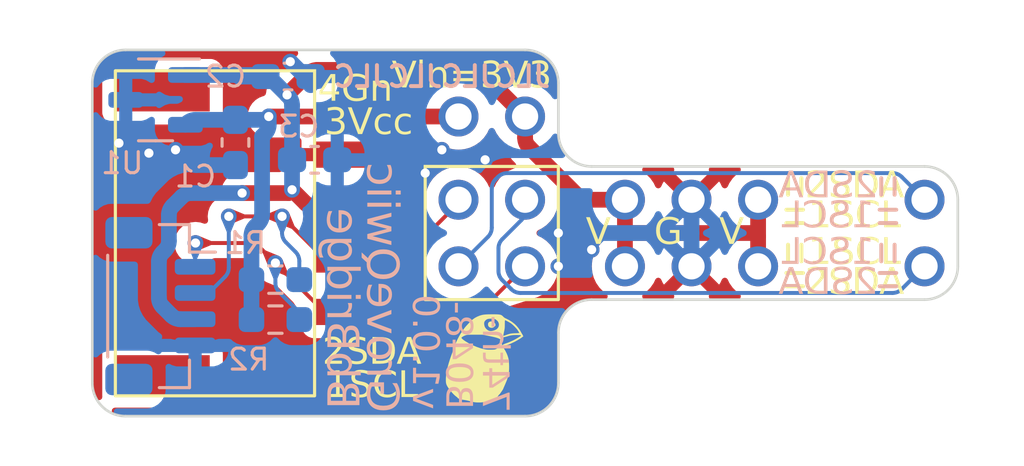
<source format=kicad_pcb>
(kicad_pcb (version 20240108) (generator "pcbnew") (generator_version "8.0")
  (title_block (title "Grove Qwiic Breadboard Bridge") (rev "v1.0.0") (company "Atsushi Morimoto (@74th)"))
  (layers (0 "F.Cu" signal) (31 "B.Cu" signal) (34 "B.Paste" user) (35 "F.Paste" user) (36 "B.SilkS" user "B.Silkscreen") (37 "F.SilkS" user "F.Silkscreen") (38 "B.Mask" user) (39 "F.Mask" user) (44 "Edge.Cuts" user))
  (net 0 "")
  (net 1 "GND")
  (net 2 "VCC")
  (net 3 "Net-(JP2-B1)")
  (net 4 "Net-(CH3-Pad2)")
  (net 5 "/SCL")
  (net 6 "/SDA")
  (net 7 "+3V3")
  (footprint "74th:PinOut_PokaYoke" (layer "F.Cu") (at 82.55 72.39)
    (property "Reference" "JP2" (hide yes))
    (property "Value" "~" (hide yes))
    (fp_rect (start -2.54 -2.54) (end 2.54 2.54) (stroke (width 0.12)) (fill none) (layer "F.SilkS"))
    (pad "1" thru_hole circle (at -1.27 -1.27) (size 1.524 1.524) (drill 1) (layers "*.Cu" "*.Mask") (net 6 "/SDA"))
    (pad "2" thru_hole circle (at 1.27 -1.27) (size 1.524 1.524) (drill 1) (layers "*.Cu" "*.Mask") (net 3 "Net-(JP2-B1)"))
    (pad "3" thru_hole circle (at -1.27 1.27) (size 1.524 1.524) (drill 1) (layers "*.Cu" "*.Mask") (net 4 "Net-(CH3-Pad2)"))
    (pad "4" thru_hole circle (at 1.27 1.27) (size 1.524 1.524) (drill 1) (layers "*.Cu" "*.Mask") (net 5 "/SCL"))
  )
  (footprint "74th:Logo_74th_4mm" (layer "F.Cu") (at 82.169 77.343)
    (property "Reference" "MISC-ICON" (hide yes))
    (property "Value" "LOGO" (hide yes))
    (fp_poly (pts (xy 0.399165 -1.581118) (xy 0.420822 -1.576964) (xy 0.439946 -1.567833) (xy 0.453666 -1.55869) (xy 0.487621 -1.530623) (xy 0.508813 -1.502115) (xy 0.519752 -1.469431) (xy 0.521463 -1.457794) (xy 0.523017 -1.436743) (xy 0.520177 -1.42204) (xy 0.510515 -1.408073) (xy 0.491924 -1.389535) (xy 0.468598 -1.369727) (xy 0.44494 -1.353334) (xy 0.432537 -1.346784) (xy 0.392312 -1.337093) (xy 0.348961 -1.338191) (xy 0.309286 -1.349718) (xy 0.301534 -1.353728) (xy 0.267487 -1.378858) (xy 0.246763 -1.409139) (xy 0.237154 -1.448006) (xy 0.236531 -1.454844) (xy 0.239228 -1.499629) (xy 0.254394 -1.535203) (xy 0.281555 -1.561108) (xy 0.320236 -1.576886) (xy 0.36846 -1.582082)) (fill solid) (layer "F.SilkS"))
    (fp_poly (pts (xy 0.519394 -1.851859) (xy 0.58367 -1.850197) (xy 0.636187 -1.846941) (xy 0.678871 -1.841644) (xy 0.713646 -1.833862) (xy 0.742438 -1.82315) (xy 0.767173 -1.809064) (xy 0.789776 -1.791158) (xy 0.812173 -1.768988) (xy 0.814864 -1.766099) (xy 0.83959 -1.741489) (xy 0.864419 -1.722369) (xy 0.894592 -1.705192) (xy 0.927539 -1.689828) (xy 1.042763 -1.632057) (xy 1.150334 -1.564234) (xy 1.247405 -1.488246) (xy 1.287831 -1.450989) (xy 1.333186 -1.403532) (xy 1.378775 -1.349886) (xy 1.421345 -1.294259) (xy 1.457644 -1.240857) (xy 1.480139 -1.202263) (xy 1.500112 -1.16538) (xy 1.521379 -1.12781) (xy 1.54059 -1.095412) (xy 1.548323 -1.083068) (xy 1.5625 -1.059484) (xy 1.571766 -1.040912) (xy 1.574217 -1.031193) (xy 1.574119 -1.030997) (xy 1.57638 -1.023359) (xy 1.580126 -1.021331) (xy 1.585245 -1.019255) (xy 1.586478 -1.016385) (xy 1.581976 -1.010855) (xy 1.56989 -1.000799) (xy 1.548369 -0.984351) (xy 1.529048 -0.969803) (xy 1.483218 -0.937689) (xy 1.425368 -0.901051) (xy 1.357915 -0.861354) (xy 1.283271 -0.820062) (xy 1.273515 -0.81484) (xy 1.245891 -0.80068) (xy 1.211051 -0.783669) (xy 1.171821 -0.765089) (xy 1.131026 -0.746225) (xy 1.091489 -0.728361) (xy 1.056036 -0.712778) (xy 1.027492 -0.700762) (xy 1.008681 -0.693596) (xy 1.003611 -0.692201) (xy 0.990335 -0.687594) (xy 0.987804 -0.685703) (xy 0.977172 -0.683677) (xy 0.971952 -0.68501) (xy 0.962387 -0.684363) (xy 0.960996 -0.680811) (xy 0.955303 -0.675796) (xy 0.949277 -0.676904) (xy 0.939254 -0.676347) (xy 0.937557 -0.672292) (xy 0.932996 -0.666715) (xy 0.930115 -0.667781) (xy 0.920337 -0.665942) (xy 0.902913 -0.656376) (xy 0.887906 -0.645841) (xy 0.864545 -0.629862) (xy 0.842696 -0.617924) (xy 0.832844 -0.614209) (xy 0.817868 -0.608324) (xy 0.81255 -0.60261) (xy 0.816625 -0.593608) (xy 0.827533 -0.575001) (xy 0.843296 -0.550088) (xy 0.851701 -0.537314) (xy 0.902322 -0.453492) (xy 0.947044 -0.363938) (xy 0.983956 -0.273072) (xy 1.011144 -0.185318) (xy 1.019364 -0.149669) (xy 1.028545 -0.092127) (xy 1.035472 -0.023098) (xy 1.04005 0.053431) (xy 1.04219 0.133472) (xy 1.041798 0.213036) (xy 1.038782 0.288136) (xy 1.033051 0.354784) (xy 1.031323 0.368615) (xy 1.02372 0.420185) (xy 1.014904 0.468115) (xy 1.004121 0.514759) (xy 0.990614 0.562473) (xy 0.973631 0.613611) (xy 0.952415 0.67053) (xy 0.926211 0.735583) (xy 0.894266 0.811126) (xy 0.875761 0.853893) (xy 0.856627 0.898061) (xy 0.83982 0.937222) (xy 0.826273 0.969171) (xy 0.816921 0.991701) (xy 0.812698 1.002606) (xy 0.81255 1.003224) (xy 0.808401 1.011196) (xy 0.797416 1.028689) (xy 0.781786 1.05247) (xy 0.7637 1.079304) (xy 0.745349 1.10596) (xy 0.728924 1.129202) (xy 0.716615 1.145797) (xy 0.712805 1.150461) (xy 0.705277 1.160871) (xy 0.705424 1.164134) (xy 0.702695 1.169085) (xy 0.691122 1.18212) (xy 0.673143 1.200509) (xy 0.671476 1.202155) (xy 0.652228 1.221827) (xy 0.638389 1.237351) (xy 0.632858 1.24547) (xy 0.632851 1.245584) (xy 0.628361 1.254281) (xy 0.61686 1.270676) (xy 0.607459 1.282862) (xy 0.573915 1.31391) (xy 0.535189 1.335954) (xy 0.502635 1.351883) (xy 0.468925 1.370205) (xy 0.450117 1.381473) (xy 0.417095 1.398973) (xy 0.372824 1.417424) (xy 0.321494 1.435368) (xy 0.267294 1.45135) (xy 0.214416 1.463913) (xy 0.21095 1.464611) (xy 0.171588 1.473065) (xy 0.128366 1.483287) (xy 0.096468 1.491512) (xy 0.044695 1.501916) (xy -0.019315 1.508652) (xy -0.092571 1.511554) (xy -0.172082 1.510457) (xy -0.210951 1.508502) (xy -0.256899 1.504602) (xy -0.300575 1.498317) (xy -0.347135 1.488696) (xy -0.401734 1.474784) (xy -0.418986 1.470039) (xy -0.510819 1.446052) (xy -0.593934 1.427918) (xy -0.673633 1.414588) (xy -0.739757 1.406546) (xy -0.791883 1.398014) (xy -0.840713 1.382378) (xy -0.864765 1.372058) (xy -0.891263 1.359609) (xy -0.910313 1.349984) (xy -0.919117 1.344629) (xy -0.919022 1.343998) (xy -0.916579 1.339668) (xy -0.926538 1.327579) (xy -0.948168 1.308432) (xy -0.980736 1.282932) (xy -0.989761 1.276194) (xy -1.031279 1.241672) (xy -1.078037 1.196485) (xy -1.12758 1.143567) (xy -1.177455 1.085854) (xy -1.225208 1.026279) (xy -1.268383 0.967778) (xy -1.304528 0.913285) (xy -1.328484 0.871147) (xy -1.344006 0.838326) (xy -1.355571 0.807185) (xy -1.363643 0.774688) (xy -1.368684 0.737799) (xy -1.371158 0.693482) (xy -1.371529 0.638701) (xy -1.370812 0.593786) (xy -1.3645 0.495274) (xy -1.349791 0.385193) (xy -1.327029 0.264927) (xy -1.296555 0.135861) (xy -1.258711 -0.000619) (xy -1.213839 -0.14313) (xy -1.162282 -0.290286) (xy -1.133708 -0.366199) (xy -1.116917 -0.410584) (xy -1.102569 -0.450025) (xy -1.091462 -0.482206) (xy -1.084391 -0.504808) (xy -1.082152 -0.515516) (xy -1.082268 -0.515931) (xy -1.080338 -0.523654) (xy -1.077893 -0.524872) (xy -1.070864 -0.533905) (xy -1.068369 -0.545072) (xy -1.065091 -0.558757) (xy -1.061148 -0.562535) (xy -1.058282 -0.568328) (xy -1.05974 -0.574255) (xy -1.059511 -0.584295) (xy -1.055834 -0.585974) (xy -1.050819 -0.591667) (xy -1.051927 -0.597693) (xy -1.051698 -0.607734) (xy -1.048021 -0.609413) (xy -1.043006 -0.615106) (xy -1.044114 -0.621132) (xy -1.043885 -0.631173) (xy -1.040208 -0.632852) (xy -1.035193 -0.638545) (xy -1.036302 -0.644571) (xy -1.035744 -0.654594) (xy -1.031689 -0.656291) (xy -1.026246 -0.661028) (xy -1.027407 -0.664104) (xy -1.027537 -0.671336) (xy -1.025264 -0.671917) (xy -1.018958 -0.6782) (xy -1.018292 -0.682846) (xy -1.014597 -0.700545) (xy -1.004242 -0.729603) (xy -0.988322 -0.767813) (xy -0.967932 -0.812968) (xy -0.944168 -0.862862) (xy -0.918125 -0.915287) (xy -0.899237 -0.951881) (xy -0.774729 -0.951881) (xy -0.7632 -0.932436) (xy -0.739381 -0.907849) (xy -0.704207 -0.878848) (xy -0.658614 -0.846165) (xy -0.603536 -0.810531) (xy -0.539909 -0.772677) (xy -0.492218 -0.746031) (xy -0.344691 -0.671557) (xy -0.198527 -0.609605) (xy -0.055543 -0.560901) (xy 0.026786 -0.538625) (xy 0.08342 -0.52533) (xy 0.130992 -0.515599) (xy 0.173946 -0.508953) (xy 0.216726 -0.504912) (xy 0.263776 -0.502993) (xy 0.319541 -0.502718) (xy 0.35549 -0.503092) (xy 0.405859 -0.503989) (xy 0.443625 -0.505321) (xy 0.471813 -0.507425) (xy 0.493447 -0.510636) (xy 0.511549 -0.515289) (xy 0.529144 -0.521719) (xy 0.531282 -0.522592) (xy 0.560488 -0.536096) (xy 0.595036 -0.554201) (xy 0.626028 -0.572139) (xy 0.677803 -0.604006) (xy 0.680366 -0.670822) (xy 0.765672 -0.670822) (xy 0.822316 -0.701642) (xy 0.859197 -0.719698) (xy 0.900922 -0.737134) (xy 0.937557 -0.749885) (xy 0.975923 -0.762814) (xy 1.02414 -0.781359) (xy 1.078255 -0.803816) (xy 1.134318 -0.828477) (xy 1.188375 -0.853638) (xy 1.236473 -0.877592) (xy 1.250076 -0.884786) (xy 1.292208 -0.908007) (xy 1.335254 -0.932671) (xy 1.377057 -0.957438) (xy 1.415457 -0.980966) (xy 1.448293 -1.001913) (xy 1.473407 -1.018937) (xy 1.488639 -1.030698) (xy 1.492279 -1.03524) (xy 1.490641 -1.044534) (xy 1.48445 -1.051484) (xy 1.471789 -1.056418) (xy 1.450742 -1.059663) (xy 1.419392 -1.061547) (xy 1.375822 -1.062398) (xy 1.332503 -1.062555) (xy 1.257335 -1.061575) (xy 1.193652 -1.058288) (xy 1.137412 -1.052155) (xy 1.084575 -1.042637) (xy 1.0311 -1.029194) (xy 0.990283 -1.016893) (xy 0.95424 -1.006027) (xy 0.919408 -0.996525) (xy 0.891389 -0.989879) (xy 0.882866 -0.988278) (xy 0.858415 -0.983332) (xy 0.839058 -0.977678) (xy 0.834699 -0.975796) (xy 0.824013 -0.963379) (xy 0.812268 -0.938581) (xy 0.800295 -0.90453) (xy 0.788923 -0.864358) (xy 0.778984 -0.821194) (xy 0.77131 -0.778167) (xy 0.76673 -0.738407) (xy 0.765807 -0.716294) (xy 0.765672 -0.670822) (xy 0.680366 -0.670822) (xy 0.681877 -0.710232) (xy 0.68429 -0.753711) (xy 0.687926 -0.795536) (xy 0.692312 -0.831193) (xy 0.696972 -0.856168) (xy 0.697411 -0.85782) (xy 0.708871 -0.899183) (xy 0.685424 -0.911308) (xy 0.65061 -0.927748) (xy 0.610802 -0.943381) (xy 0.564414 -0.958631) (xy 0.509862 -0.973924) (xy 0.445561 -0.989685) (xy 0.369924 -1.006338) (xy 0.281367 -1.024308) (xy 0.218763 -1.036396) (xy 0.1908 -1.041711) (xy 0.820363 -1.041711) (xy 0.822054 -1.035208) (xy 0.828463 -1.032507) (xy 0.841593 -1.03403) (xy 0.863447 -1.040196) (xy 0.896027 -1.051427) (xy 0.935066 -1.065798) (xy 0.991401 -1.085937) (xy 1.041008 -1.10125) (xy 1.087985 -1.112489) (xy 1.136428 -1.120406) (xy 1.190433 -1.125755) (xy 1.254097 -1.129288) (xy 1.287188 -1.130492) (xy 1.332434 -1.132113) (xy 1.371762 -1.133824) (xy 1.402725 -1.135496) (xy 1.422875 -1.136996) (xy 1.429775 -1.138157) (xy 1.425696 -1.150035) (xy 1.414846 -1.171236) (xy 1.39931 -1.198206) (xy 1.381171 -1.22739) (xy 1.362512 -1.255236) (xy 1.355002 -1.265703) (xy 1.327364 -1.300225) (xy 1.292004 -1.339925) (xy 1.251962 -1.381789) (xy 1.21028 -1.422802) (xy 1.169999 -1.45995) (xy 1.134161 -1.490219) (xy 1.111813 -1.506736) (xy 1.084678 -1.523962) (xy 1.05151 -1.543585) (xy 1.01522 -1.564052) (xy 0.978719 -1.58381) (xy 0.944919 -1.601306) (xy 0.916729 -1.614985) (xy 0.897062 -1.623296) (xy 0.890004 -1.625089) (xy 0.886082 -1.622668) (xy 0.883142 -1.614171) (xy 0.881037 -1.597737) (xy 0.879624 -1.571501) (xy 0.878755 -1.533601) (xy 0.878286 -1.482172) (xy 0.878248 -1.474689) (xy 0.877821 -1.420455) (xy 0.876828 -1.37758) (xy 0.874833 -1.341794) (xy 0.871401 -1.308832) (xy 0.866093 -1.274424) (xy 0.858475 -1.234304) (xy 0.848949 -1.188204) (xy 0.839698 -1.143596) (xy 0.831694 -1.103933) (xy 0.825461 -1.071889) (xy 0.82152 -1.050143) (xy 0.820363 -1.041711) (xy 0.1908 -1.041711) (xy 0.019532 -1.074265) (xy -0.261735 -1.074275) (xy -0.335766 -1.074244) (xy -0.396041 -1.07408) (xy -0.444428 -1.073681) (xy -0.482798 -1.072948) (xy -0.51302 -1.071779) (xy -0.536963 -1.070075) (xy -0.556497 -1.067735) (xy -0.573492 -1.064658) (xy -0.589816 -1.060745) (xy -0.60734 -1.055895) (xy -0.608117 -1.055673) (xy -0.648162 -1.041613) (xy -0.689321 -1.02276) (xy -0.727276 -1.001476) (xy -0.75771 -0.980124) (xy -0.773032 -0.96545) (xy -0.774729 -0.951881) (xy -0.899237 -0.951881) (xy -0.890898 -0.968036) (xy -0.863582 -1.018903) (xy -0.837273 -1.065681) (xy -0.813065 -1.106163) (xy -0.793005 -1.136789) (xy -0.77551 -1.162057) (xy -0.752384 -1.195828) (xy -0.726688 -1.233619) (xy -0.702386 -1.269601) (xy -0.678095 -1.304402) (xy -0.651801 -1.339222) (xy -0.621937 -1.375866) (xy -0.586937 -1.416139) (xy -0.545233 -1.461849) (xy -0.497753 -1.512155) (xy 0.089225 -1.512155) (xy 0.092186 -1.459923) (xy 0.093791 -1.449085) (xy 0.109502 -1.387711) (xy 0.136306 -1.335607) (xy 0.175859 -1.289593) (xy 0.177449 -1.288095) (xy 0.223679 -1.250323) (xy 0.268844 -1.22595) (xy 0.316104 -1.214215) (xy 0.36862 -1.214355) (xy 0.429555 -1.225608) (xy 0.432952 -1.226468) (xy 0.502915 -1.250026) (xy 0.560012 -1.281515) (xy 0.603944 -1.320694) (xy 0.634413 -1.367325) (xy 0.645587 -1.396958) (xy 0.654385 -1.453045) (xy 0.648259 -1.507014) (xy 0.627889 -1.557567) (xy 0.593954 -1.603409) (xy 0.547133 -1.643243) (xy 0.502989 -1.668878) (xy 0.485448 -1.677077) (xy 0.469994 -1.682628) (xy 0.453176 -1.685932) (xy 0.431544 -1.687386) (xy 0.401647 -1.687389) (xy 0.360034 -1.686342) (xy 0.353595 -1.686149) (xy 0.298222 -1.683511) (xy 0.255084 -1.678706) (xy 0.220835 -1.67075) (xy 0.192128 -1.65866) (xy 0.165617 -1.641453) (xy 0.145697 -1.625068) (xy 0.115148 -1.591907) (xy 0.096602 -1.555209) (xy 0.089225 -1.512155) (xy -0.497753 -1.512155) (xy -0.495258 -1.514799) (xy -0.438644 -1.573505) (xy -0.354714 -1.650899) (xy -0.266101 -1.714449) (xy -0.170237 -1.765795) (xy -0.082981 -1.800435) (xy -0.043247 -1.813301) (xy -0.004579 -1.823934) (xy 0.035008 -1.83253) (xy 0.077503 -1.839287) (xy 0.124892 -1.8444) (xy 0.179163 -1.848068) (xy 0.242302 -1.850486) (xy 0.316297 -1.851851) (xy 0.403134 -1.852361) (xy 0.441433 -1.852369)) (fill solid) (layer "F.SilkS"))
  )
  (footprint "74th:Connector_HY-2.0_SMD_4Pin" (layer "F.Cu") (at 77.49 72.4 -90)
    (property "Reference" "CH4" (hide yes))
    (property "Value" "Grove" (hide yes))
    (fp_rect (start -6.2 1.7) (end 6.2 9.3) (stroke (width 0.12)) (fill none) (layer "F.SilkS"))
    (pad "" smd rect (at -5.4 7.5 90) (size 1.5 3.6) (layers "F.Cu" "F.Paste" "F.Mask"))
    (pad "" smd rect (at 5.4 7.5 90) (size 1.5 3.6) (layers "F.Cu" "F.Paste" "F.Mask"))
    (pad "1" smd rect (at 3 0 90) (size 1 3.4) (layers "F.Cu" "F.Paste" "F.Mask") (net 5 "/SCL"))
    (pad "2" smd rect (at 1 0 90) (size 1 3.4) (layers "F.Cu" "F.Paste" "F.Mask") (net 6 "/SDA"))
    (pad "3" smd rect (at -1 0 90) (size 1 3.4) (layers "F.Cu" "F.Paste" "F.Mask") (net 2 "VCC"))
    (pad "4" smd rect (at -3 0 90) (size 1 3.4) (layers "F.Cu" "F.Paste" "F.Mask") (net 1 "GND"))
  )
  (footprint "74th:PinOut_Pin_2" (layer "F.Cu") (at 83.82 67.945 180)
    (property "Reference" "JP1" (hide yes))
    (property "Value" "Jumper_2_Open")
    (pad "1" thru_hole circle (at 0 0 180) (size 1.524 1.524) (drill 1) (layers "*.Cu" "*.Mask") (net 2 "VCC"))
    (pad "2" thru_hole circle (at 2.54 0 180) (size 1.524 1.524) (drill 1) (layers "*.Cu" "*.Mask") (net 7 "+3V3"))
  )
  (footprint "74th:PinOut_Pin_2" (layer "B.Cu") (at 87.63 73.66 90)
    (property "Reference" "CH1" (hide yes))
    (property "Value" "Breadboard Power")
    (pad "1" thru_hole circle (at 0 0 90) (size 1.524 1.524) (drill 1) (layers "*.Cu" "*.Mask") (net 2 "VCC"))
    (pad "2" thru_hole circle (at 2.54 0 90) (size 1.524 1.524) (drill 1) (layers "*.Cu" "*.Mask") (net 2 "VCC"))
  )
  (footprint "74th:PinOut_Pin_2" (layer "B.Cu") (at 99.06 73.66 90)
    (property "Reference" "CH3" (hide yes))
    (property "Value" "Breadboard I2C")
    (pad "1" thru_hole circle (at 0 0 90) (size 1.524 1.524) (drill 1) (layers "*.Cu" "*.Mask") (net 3 "Net-(JP2-B1)"))
    (pad "2" thru_hole circle (at 2.54 0 90) (size 1.524 1.524) (drill 1) (layers "*.Cu" "*.Mask") (net 4 "Net-(CH3-Pad2)"))
  )
  (footprint "74th:Register_0603_1608" (layer "B.Cu") (at 74.295 74.168)
    (property "Reference" "R1" (at -1.143 -1.397 0) (layer "B.SilkS") (effects (font (size 0.8 0.8) (thickness 0.12)) (justify mirror)))
    (property "Value" "1k" (hide yes))
    (fp_line (start 0.254724 -0.5225) (end -0.254724 -0.5225) (stroke (width 0.12)) (layer "B.SilkS"))
    (fp_line (start 0.254724 0.5225) (end -0.254724 0.5225) (stroke (width 0.12)) (layer "B.SilkS"))
    (pad "1" smd roundrect (at -0.9125 0) (size 0.975 0.95) (layers "B.Cu" "B.Paste" "B.Mask") (net 7 "+3V3"))
    (pad "2" smd roundrect (at 0.9125 0) (size 0.975 0.95) (layers "B.Cu" "B.Paste" "B.Mask") (net 6 "/SDA"))
  )
  (footprint "74th:Register_0603_1608" (layer "B.Cu") (at 74.295 75.692)
    (property "Reference" "R2" (at -1.016 1.524 0) (layer "B.SilkS") (effects (font (size 0.8 0.8) (thickness 0.12)) (justify mirror)))
    (property "Value" "1k" (hide yes))
    (fp_line (start 0.254724 -0.5225) (end -0.254724 -0.5225) (stroke (width 0.12)) (layer "B.SilkS"))
    (fp_line (start 0.254724 0.5225) (end -0.254724 0.5225) (stroke (width 0.12)) (layer "B.SilkS"))
    (pad "1" smd roundrect (at -0.9125 0) (size 0.975 0.95) (layers "B.Cu" "B.Paste" "B.Mask") (net 7 "+3V3"))
    (pad "2" smd roundrect (at 0.9125 0) (size 0.975 0.95) (layers "B.Cu" "B.Paste" "B.Mask") (net 5 "/SCL"))
  )
  (footprint "74th:Capacitor_0603_1608" (layer "B.Cu") (at 74.676 66.421)
    (property "Reference" "C2" (at -2.286 0 0) (layer "B.SilkS") (effects (font (size 0.8 0.8) (thickness 0.12)) (justify mirror)))
    (property "Value" "0.1u" (hide yes))
    (fp_line (start 0.246267 -0.51) (end -0.046267 -0.51) (stroke (width 0.12)) (layer "B.SilkS"))
    (fp_line (start 0.246267 0.51) (end -0.046267 0.51) (stroke (width 0.12)) (layer "B.SilkS"))
    (pad "1" smd roundrect (at -0.7625 0) (size 1.075 0.95) (layers "B.Cu" "B.Paste" "B.Mask") (net 2 "VCC"))
    (pad "2" smd roundrect (at 0.9625 0) (size 1.075 0.95) (layers "B.Cu" "B.Paste" "B.Mask") (net 1 "GND"))
  )
  (footprint "74th:Package_SOT-23" (layer "B.Cu") (at 69.723 67.31 180)
    (property "Reference" "U1" (at 1.27 -2.413 180) (layer "B.SilkS") (effects (font (size 0.8 0.8) (thickness 0.12)) (justify mirror)))
    (property "Value" "AP7333-33SAG")
    (fp_line (start 0.65 1.56) (end 0 1.56) (stroke (width 0.12)) (layer "B.SilkS"))
    (fp_line (start 0.65 -1.56) (end 0 -1.56) (stroke (width 0.12)) (layer "B.SilkS"))
    (fp_line (start -0.65 -1.56) (end 0 -1.56) (stroke (width 0.12)) (layer "B.SilkS"))
    (fp_line (start -1.675 1.56) (end 0 1.56) (stroke (width 0.12)) (layer "B.SilkS"))
    (pad "1" smd roundrect (at -1.1375 0.95 180) (size 1.325 0.6) (layers "B.Cu" "B.Paste" "B.Mask") (net 2 "VCC"))
    (pad "2" smd roundrect (at -1.1375 -0.95 180) (size 1.325 0.6) (layers "B.Cu" "B.Paste" "B.Mask") (net 7 "+3V3"))
    (pad "3" smd roundrect (at 1.1375 0 180) (size 1.325 0.6) (layers "B.Cu" "B.Paste" "B.Mask") (net 1 "GND"))
  )
  (footprint "74th:Capacitor_0603_1608" (layer "B.Cu") (at 75.692 69.596)
    (property "Reference" "C3" (at -0.508 -1.27 0) (layer "B.SilkS") (effects (font (size 0.8 0.8) (thickness 0.12)) (justify mirror)))
    (property "Value" "10u" (hide yes))
    (fp_line (start 0.246267 -0.51) (end -0.046267 -0.51) (stroke (width 0.12)) (layer "B.SilkS"))
    (fp_line (start 0.246267 0.51) (end -0.046267 0.51) (stroke (width 0.12)) (layer "B.SilkS"))
    (pad "1" smd roundrect (at -0.7625 0) (size 1.075 0.95) (layers "B.Cu" "B.Paste" "B.Mask") (net 2 "VCC"))
    (pad "2" smd roundrect (at 0.9625 0) (size 1.075 0.95) (layers "B.Cu" "B.Paste" "B.Mask") (net 1 "GND"))
  )
  (footprint "74th:Connector_SH-1.0_SMD_4Pin" (layer "B.Cu") (at 69.907 75.178 -90)
    (property "Reference" "CH6" (hide yes))
    (property "Value" "Qwiic")
    (fp_line (start 1.94 2.01) (end -1.94 2.01) (stroke (width 0.12)) (layer "B.SilkS"))
    (fp_line (start -3.11 -1.11) (end -3.11 0.04) (stroke (width 0.12)) (layer "B.SilkS"))
    (fp_line (start -2.06 -1.11) (end -3.11 -1.11) (stroke (width 0.12)) (layer "B.SilkS"))
    (fp_line (start 2.06 -1.11) (end 3.11 -1.11) (stroke (width 0.12)) (layer "B.SilkS"))
    (fp_line (start 3.11 -1.11) (end 3.11 0.04) (stroke (width 0.12)) (layer "B.SilkS"))
    (fp_line (start -2.06 -2.1) (end -2.06 -1.11) (stroke (width 0.12)) (layer "B.SilkS"))
    (pad "" smd roundrect (at -2.8 1.2 270) (size 1.2 1.8) (layers "B.Cu" "B.Paste" "B.Mask") (roundrect_rratio 0.208333))
    (pad "" smd roundrect (at 2.8 1.2 270) (size 1.2 1.8) (layers "B.Cu" "B.Paste" "B.Mask") (roundrect_rratio 0.208333))
    (pad "1" smd roundrect (at -1.5 -1.325 270) (size 0.6 1.55) (layers "B.Cu" "B.Paste" "B.Mask") (net 5 "/SCL"))
    (pad "2" smd roundrect (at -0.5 -1.325 270) (size 0.6 1.55) (layers "B.Cu" "B.Paste" "B.Mask") (net 6 "/SDA"))
    (pad "3" smd roundrect (at 0.5 -1.325 270) (size 0.6 1.55) (layers "B.Cu" "B.Paste" "B.Mask") (net 2 "VCC"))
    (pad "4" smd roundrect (at 1.5 -1.325 270) (size 0.6 1.55) (layers "B.Cu" "B.Paste" "B.Mask") (net 1 "GND"))
  )
  (footprint "74th:PinOut_Pin_2" (layer "B.Cu") (at 90.17 73.66 90)
    (property "Reference" "CH2" (hide yes))
    (property "Value" "Breadboard GND")
    (pad "1" thru_hole circle (at 0 0 90) (size 1.524 1.524) (drill 1) (layers "*.Cu" "*.Mask") (net 1 "GND"))
    (pad "2" thru_hole circle (at 2.54 0 90) (size 1.524 1.524) (drill 1) (layers "*.Cu" "*.Mask") (net 1 "GND"))
  )
  (footprint "74th:PinOut_Pin_2" (layer "B.Cu") (at 92.71 73.66 90)
    (property "Reference" "CH5" (hide yes))
    (property "Value" "Breadboard Power")
    (pad "1" thru_hole circle (at 0 0 90) (size 1.524 1.524) (drill 1) (layers "*.Cu" "*.Mask") (net 2 "VCC"))
    (pad "2" thru_hole circle (at 2.54 0 90) (size 1.524 1.524) (drill 1) (layers "*.Cu" "*.Mask") (net 2 "VCC"))
  )
  (footprint "74th:Capacitor_0603_1608" (layer "B.Cu") (at 72.771 68.834 -90)
    (property "Reference" "C1" (at 1.397 1.524 0) (layer "B.SilkS") (effects (font (size 0.8 0.8) (thickness 0.12)) (justify mirror)))
    (property "Value" "0.1u" (hide yes))
    (fp_line (start 0.246267 0.51) (end -0.046267 0.51) (stroke (width 0.12)) (layer "B.SilkS"))
    (fp_line (start 0.246267 -0.51) (end -0.046267 -0.51) (stroke (width 0.12)) (layer "B.SilkS"))
    (pad "1" smd roundrect (at -0.7625 0 270) (size 1.075 0.95) (layers "B.Cu" "B.Paste" "B.Mask") (net 7 "+3V3"))
    (pad "2" smd roundrect (at 0.9625 0 270) (size 1.075 0.95) (layers "B.Cu" "B.Paste" "B.Mask") (net 1 "GND"))
  )
  (footprint "74th:Logo_JLCJLCJLCJLC" (layer "B.Cu") (at 68.199 74.041 90)
    (property "Reference" "REF**" (hide yes))
    (property "Value" "JLCJLCJLCJLC" (at 7.62 12.446 0) (layer "B.SilkS") (effects (font (size 0.8 0.8)) (justify mirror)))
  )
  (gr_line (start 97.3455 73.914) (end 97.9805 73.914) (stroke (width 0.15)) (layer "B.SilkS"))
  (gr_line (start 97.3455 71.501) (end 97.9805 71.501) (stroke (width 0.15)) (layer "B.SilkS"))
  (gr_line (start 97.409 73.4695) (end 97.409 72.8345) (stroke (width 0.15)) (layer "B.SilkS"))
  (gr_line (start 97.3455 72.009) (end 97.9805 72.009) (stroke (width 0.15)) (layer "B.SilkS"))
  (gr_line (start 97.917 70.9295) (end 97.917 70.2945) (stroke (width 0.15)) (layer "B.SilkS"))
  (gr_line (start 97.3455 74.422) (end 97.9805 74.422) (stroke (width 0.15)) (layer "B.SilkS"))
  (gr_line (start 97.917 73.4695) (end 97.917 72.8345) (stroke (width 0.15)) (layer "B.SilkS"))
  (gr_line (start 97.409 70.9295) (end 97.409 70.2945) (stroke (width 0.15)) (layer "B.SilkS"))
  (gr_line (start 94.361 72.8345) (end 94.361 73.4695) (stroke (width 0.15)) (layer "F.SilkS"))
  (gr_line (start 93.7895 72.009) (end 94.4245 72.009) (stroke (width 0.15)) (layer "F.SilkS"))
  (gr_line (start 93.7895 71.501) (end 94.4245 71.501) (stroke (width 0.15)) (layer "F.SilkS"))
  (gr_line (start 94.361 70.2945) (end 94.361 70.9295) (stroke (width 0.15)) (layer "F.SilkS"))
  (gr_line (start 93.853 72.8345) (end 93.853 73.4695) (stroke (width 0.15)) (layer "F.SilkS"))
  (gr_line (start 93.7895 74.422) (end 94.4245 74.422) (stroke (width 0.15)) (layer "F.SilkS"))
  (gr_line (start 93.7895 73.914) (end 94.4245 73.914) (stroke (width 0.15)) (layer "F.SilkS"))
  (gr_line (start 93.853 70.2945) (end 93.853 70.9295) (stroke (width 0.15)) (layer "F.SilkS"))
  (gr_arc (start 85.09 76.2) (mid 85.461974 75.301974) (end 86.36 74.93) (stroke (width 0.1)) (layer "Edge.Cuts"))
  (gr_arc (start 85.09 78.105) (mid 84.718026 79.003026) (end 83.82 79.375) (stroke (width 0.1)) (layer "Edge.Cuts"))
  (gr_arc (start 68.58 79.375) (mid 67.681974 79.003026) (end 67.31 78.105) (stroke (width 0.1)) (layer "Edge.Cuts"))
  (gr_line (start 83.82 65.405) (end 68.58 65.405) (stroke (width 0.1)) (layer "Edge.Cuts"))
  (gr_line (start 85.09 78.105) (end 85.09 76.2) (stroke (width 0.1)) (layer "Edge.Cuts"))
  (gr_line (start 68.58 79.375) (end 83.82 79.375) (stroke (width 0.1)) (layer "Edge.Cuts"))
  (gr_line (start 85.09 68.58) (end 85.09 66.675) (stroke (width 0.1)) (layer "Edge.Cuts"))
  (gr_arc (start 83.82 65.405) (mid 84.718026 65.776974) (end 85.09 66.675) (stroke (width 0.1)) (layer "Edge.Cuts"))
  (gr_line (start 67.31 78.105) (end 67.31 66.675) (stroke (width 0.1)) (layer "Edge.Cuts"))
  (gr_arc (start 86.36 69.85) (mid 85.461974 69.478026) (end 85.09 68.58) (stroke (width 0.1)) (layer "Edge.Cuts"))
  (gr_line (start 86.36 69.85) (end 99.06 69.85) (stroke (width 0.1)) (layer "Edge.Cuts"))
  (gr_arc (start 100.33 73.66) (mid 99.958026 74.558026) (end 99.06 74.93) (stroke (width 0.1)) (layer "Edge.Cuts"))
  (gr_line (start 99.06 74.93) (end 86.36 74.93) (stroke (width 0.1)) (layer "Edge.Cuts"))
  (gr_arc (start 67.31 66.675) (mid 67.681974 65.776974) (end 68.58 65.405) (stroke (width 0.1)) (layer "Edge.Cuts"))
  (gr_line (start 100.33 71.12) (end 100.33 73.66) (stroke (width 0.1)) (layer "Edge.Cuts"))
  (gr_arc (start 99.06 69.85) (mid 99.958026 70.221974) (end 100.33 71.12) (stroke (width 0.1)) (layer "Edge.Cuts"))
  (gr_text "GroveQwiic" (at 77.597 79.248 270) (layer "B.SilkS") (effects (font (size 1.2 1.2) (thickness 0.12)) (justify left bottom mirror)))
  (gr_text "2SDA" (at 95.377 74.295 -0) (layer "B.SilkS") (effects (font (size 1 1) (thickness 0.12)) (justify mirror)))
  (gr_text "2SDA" (at 95.377 70.612 -0) (layer "B.SilkS") (effects (font (size 1 1) (thickness 0.12)) (justify mirror)))
  (gr_text "B048-" (at 80.645 79.121 270) (layer "B.SilkS") (effects (font (size 1 1) (thickness 0.12)) (justify left bottom mirror)))
  (gr_text "1SCL" (at 95.377 71.755 -0) (layer "B.SilkS") (effects (font (size 1 1) (thickness 0.12)) (justify mirror)))
  (gr_text "BbBridge" (at 76.073 79.121 270) (layer "B.SilkS") (effects (font (size 1.2 1.2) (thickness 0.12)) (justify left bottom mirror)))
  (gr_text "1SCL" (at 95.377 73.152 -0) (layer "B.SilkS") (effects (font (size 1 1) (thickness 0.12)) (justify mirror)))
  (gr_text "74th-" (at 82.042 79.248 -90) (layer "B.SilkS") (effects (font (size 1 1) (thickness 0.12)) (justify left bottom mirror)))
  (gr_text "v1.0.0" (at 79.375 79.121 270) (layer "B.SilkS") (effects (font (size 1 1) (thickness 0.12)) (justify left bottom mirror)))
  (gr_text "Vin=3V3" (at 81.788 66.421 0) (layer "F.SilkS") (effects (font (size 1 1) (thickness 0.12))))
  (gr_text "2SDA" (at 77.978 76.962 0) (layer "F.SilkS") (effects (font (size 1 1) (thickness 0.12))))
  (gr_text "3Vcc" (at 77.851 68.199 0) (layer "F.SilkS") (effects (font (size 1 1) (thickness 0.12))))
  (gr_text "2SDA" (at 96.393 74.295 0) (layer "F.SilkS") (effects (font (size 1 1) (thickness 0.12))))
  (gr_text "1SCL" (at 77.978 78.232 0) (layer "F.SilkS") (effects (font (size 1 1) (thickness 0.12))))
  (gr_text "1SCL" (at 96.393 73.152 0) (layer "F.SilkS") (effects (font (size 1 1) (thickness 0.12))))
  (gr_text "V" (at 91.694 72.39 0) (layer "F.SilkS") (effects (font (size 1 1) (thickness 0.12))))
  (gr_text "1SCL" (at 96.393 71.755 0) (layer "F.SilkS") (effects (font (size 1 1) (thickness 0.12))))
  (gr_text "2SDA" (at 96.393 70.612 0) (layer "F.SilkS") (effects (font (size 1 1) (thickness 0.12))))
  (gr_text "V" (at 86.614 72.39 0) (layer "F.SilkS") (effects (font (size 1 1) (thickness 0.12))))
  (gr_text "G" (at 89.281 72.39 0) (layer "F.SilkS") (effects (font (size 1 1) (thickness 0.12))))
  (gr_text "4Gn" (at 77.343 66.929 0) (layer "F.SilkS") (effects (font (size 1 1) (thickness 0.12))))
  (segment (start 72.771 67.390107) (end 72.771 68.372893) (width 0.6) (layer "F.Cu") (net 1))
  (segment (start 74.862427 65.853573) (end 74.307534 65.853573) (width 0.6) (layer "F.Cu") (net 1))
  (segment (start 72.624553 68.726447) (end 72.282446 69.068554) (width 0.6) (layer "F.Cu") (net 1))
  (segment (start 71.928893 69.215) (end 70.485 69.215) (width 0.6) (layer "F.Cu") (net 1))
  (segment (start 73.95398 66.00002) (end 72.917446 67.036554) (width 0.6) (layer "F.Cu") (net 1))
  (via (at 74.862427 65.853573) (size 0.6) (drill 0.35) (layers "F.Cu" "B.Cu") (net 1))
  (via (at 85.09 73.66) (size 0.6) (drill 0.35) (layers "F.Cu" "B.Cu") (net 1))
  (via (at 85.09 72.39) (size 0.6) (drill 0.35) (layers "F.Cu" "B.Cu") (net 1))
  (via (at 80.01 70.104) (size 0.6) (drill 0.35) (layers "F.Cu" "B.Cu") (net 1))
  (via (at 68.326 68.961) (size 0.6) (drill 0.35) (layers "F.Cu" "B.Cu") (net 1))
  (via (at 80.645 69.215) (size 0.6) (drill 0.35) (layers "F.Cu" "B.Cu") (net 1))
  (via (at 70.485 69.215) (size 0.6) (drill 0.35) (layers "F.Cu" "B.Cu") (net 1))
  (via (at 82.296 69.596) (size 0.6) (drill 0.35) (layers "F.Cu" "B.Cu") (net 1))
  (via (at 86.36 73.025) (size 0.6) (drill 0.35) (layers "F.Cu" "B.Cu") (net 1))
  (via (at 69.469 69.342) (size 0.6) (drill 0.35) (layers "F.Cu" "B.Cu") (net 1))
  (arc (start 72.771 67.390107) (mid 72.80906 67.198766) (end 72.917446 67.036554) (width 0.6) (layer "F.Cu") (net 1))
  (arc (start 73.95398 66.00002) (mid 74.116192 65.891633) (end 74.307534 65.853573) (width 0.6) (layer "F.Cu") (net 1))
  (arc (start 72.624553 68.726447) (mid 72.73294 68.564235) (end 72.771 68.372893) (width 0.6) (layer "F.Cu") (net 1))
  (arc (start 72.282446 69.068554) (mid 72.120234 69.17694) (end 71.928893 69.215) (width 0.6) (layer "F.Cu") (net 1))
  (segment (start 72.771 69.7965) (end 71.273607 69.7965) (width 0.6) (layer "B.Cu") (net 1))
  (segment (start 90.17 71.12) (end 90.17 72.39) (width 0.6) (layer "B.Cu") (net 1))
  (segment (start 75.283407 66.274553) (end 74.862427 65.853573) (width 0.6) (layer "B.Cu") (net 1))
  (segment (start 90.17 72.39) (end 90.17 73.66) (width 0.6) (layer "B.Cu") (net 1))
  (segment (start 90.17 72.39) (end 85.09 72.39) (width 0.6) (layer "B.Cu") (net 1))
  (segment (start 75.6385 66.421) (end 75.636961 66.421) (width 0.6) (layer "B.Cu") (net 1))
  (segment (start 70.920053 69.650053) (end 70.485 69.215) (width 0.6) (layer "B.Cu") (net 1))
  (segment (start 75.6385 66.421) (end 75.6385 66.7485) (width 0.6) (layer "B.Cu") (net 1))
  (arc (start 70.920053 69.650053) (mid 71.082265 69.75844) (end 71.273607 69.7965) (width 0.6) (layer "B.Cu") (net 1))
  (arc (start 75.283407 66.274553) (mid 75.445619 66.38294) (end 75.636961 66.421) (width 0.6) (layer "B.Cu") (net 1))
  (segment (start 74.7395 67.1195) (end 75.545554 66.313446) (width 0.6) (layer "F.Cu") (net 2))
  (segment (start 87.63 72.39) (end 92.583 72.39) (width 0.6) (layer "F.Cu") (net 2))
  (segment (start 87.63 71.12) (end 86.186107 71.12) (width 0.6) (layer "F.Cu") (net 2))
  (segment (start 83.966447 69.107447) (end 85.832554 70.973554) (width 0.6) (layer "F.Cu") (net 2))
  (segment (start 75.899107 66.167) (end 81.834893 66.167) (width 0.6) (layer "F.Cu") (net 2))
  (segment (start 92.583 72.39) (end 92.71 72.517) (width 0.6) (layer "F.Cu") (net 2))
  (segment (start 92.71 72.517) (end 92.71 73.66) (width 0.6) (layer "F.Cu") (net 2))
  (segment (start 74.803 70.866) (end 74.93 70.739) (width 0.6) (layer "F.Cu") (net 2))
  (segment (start 87.63 71.12) (end 87.63 72.39) (width 0.6) (layer "F.Cu") (net 2))
  (segment (start 82.188447 66.313447) (end 83.82 67.945) (width 0.6) (layer "F.Cu") (net 2))
  (segment (start 73.025 70.866) (end 74.803 70.866) (width 0.6) (layer "F.Cu") (net 2))
  (segment (start 75.444553 71.253553) (end 74.93 70.739) (width 0.6) (layer "F.Cu") (net 2))
  (segment (start 92.71 71.12) (end 92.71 72.517) (width 0.6) (layer "F.Cu") (net 2))
  (segment (start 77.49 71.4) (end 75.798107 71.4) (width 0.6) (layer "F.Cu") (net 2))
  (segment (start 87.63 72.39) (end 87.63 73.66) (width 0.6) (layer "F.Cu") (net 2))
  (segment (start 83.82 67.945) (end 83.82 68.753893) (width 0.6) (layer "F.Cu") (net 2))
  (via (at 73.025 70.866) (size 0.6) (drill 0.35) (layers "F.Cu" "B.Cu") (net 2))
  (via (at 74.7395 67.1195) (size 0.6) (drill 0.35) (layers "F.Cu" "B.Cu") (net 2))
  (via (at 74.93 70.739) (size 0.6) (drill 0.35) (layers "F.Cu" "B.Cu") (net 2))
  (arc (start 75.545554 66.313446) (mid 75.707766 66.20506) (end 75.899107 66.167) (width 0.6) (layer "F.Cu") (net 2))
  (arc (start 83.82 68.753893) (mid 83.85806 68.945235) (end 83.966447 69.107447) (width 0.6) (layer "F.Cu") (net 2))
  (arc (start 75.798107 71.4) (mid 75.606765 71.36194) (end 75.444553 71.253553) (width 0.6) (layer "F.Cu") (net 2))
  (arc (start 86.186107 71.12) (mid 85.994766 71.08194) (end 85.832554 70.973554) (width 0.6) (layer "F.Cu") (net 2))
  (arc (start 81.834893 66.167) (mid 82.026235 66.20506) (end 82.188447 66.313447) (width 0.6) (layer "F.Cu") (net 2))
  (segment (start 69.996447 75.203447) (end 70.324554 75.531554) (width 0.6) (layer "B.Cu") (net 2))
  (segment (start 74.93 70.739) (end 74.93 69.5965) (width 0.6) (layer "B.Cu") (net 2))
  (segment (start 73.9135 66.421) (end 72.899 66.421) (width 0.6) (layer "B.Cu") (net 2))
  (segment (start 74.7395 67.1195) (end 74.783054 67.163054) (width 0.6) (layer "B.Cu") (net 2))
  (segment (start 70.8605 66.36) (end 73.8525 66.36) (width 0.6) (layer "B.Cu") (net 2))
  (segment (start 74.93 69.5965) (end 74.9295 69.596) (width 0.6) (layer "B.Cu") (net 2))
  (segment (start 71.073107 70.866) (end 73.025 70.866) (width 0.6) (layer "B.Cu") (net 2))
  (segment (start 70.678107 75.678) (end 71.232 75.678) (width 0.6) (layer "B.Cu") (net 2))
  (segment (start 70.377447 71.354553) (end 70.719554 71.012446) (width 0.6) (layer "B.Cu") (net 2))
  (segment (start 70.231 72.690893) (end 70.231 71.708107) (width 0.6) (layer "B.Cu") (net 2))
  (segment (start 69.85 73.486107) (end 69.85 74.849893) (width 0.6) (layer "B.Cu") (net 2))
  (segment (start 74.9295 67.516607) (end 74.9295 69.596) (width 0.6) (layer "B.Cu") (net 2))
  (segment (start 74.7395 67.1195) (end 74.041 66.421) (width 0.6) (layer "B.Cu") (net 2))
  (segment (start 70.084553 73.044447) (end 69.996446 73.132554) (width 0.6) (layer "B.Cu") (net 2))
  (segment (start 74.041 66.421) (end 73.9135 66.421) (width 0.6) (layer "B.Cu") (net 2))
  (segment (start 73.8525 66.36) (end 73.9135 66.421) (width 0.6) (layer "B.Cu") (net 2))
  (arc (start 74.9295 67.516607) (mid 74.89144 67.325266) (end 74.783054 67.163054) (width 0.6) (layer "B.Cu") (net 2))
  (arc (start 69.85 74.849893) (mid 69.88806 75.041235) (end 69.996447 75.203447) (width 0.6) (layer "B.Cu") (net 2))
  (arc (start 71.073107 70.866) (mid 70.881766 70.90406) (end 70.719554 71.012446) (width 0.6) (layer "B.Cu") (net 2))
  (arc (start 70.084553 73.044447) (mid 70.19294 72.882235) (end 70.231 72.690893) (width 0.6) (layer "B.Cu") (net 2))
  (arc (start 70.324554 75.531554) (mid 70.486766 75.63994) (end 70.678107 75.678) (width 0.6) (layer "B.Cu") (net 2))
  (arc (start 69.996446 73.132554) (mid 69.88806 73.294766) (end 69.85 73.486107) (width 0.6) (layer "B.Cu") (net 2))
  (arc (start 70.231 71.708107) (mid 70.26906 71.516765) (end 70.377447 71.354553) (width 0.6) (layer "B.Cu") (net 2))
  (segment (start 82.950447 74.187447) (end 83.292554 74.529554) (width 0.15) (layer "B.Cu") (net 3))
  (segment (start 83.673553 71.901447) (end 82.950446 72.624554) (width 0.15) (layer "B.Cu") (net 3))
  (segment (start 83.82 71.12) (end 83.82 71.547893) (width 0.15) (layer "B.Cu") (net 3))
  (segment (start 82.804 72.978107) (end 82.804 73.833893) (width 0.15) (layer "B.Cu") (net 3))
  (segment (start 98.190447 74.529553) (end 99.06 73.66) (width 0.15) (layer "B.Cu") (net 3))
  (segment (start 83.646107 74.676) (end 97.836893 74.676) (width 0.15) (layer "B.Cu") (net 3))
  (arc (start 82.950446 72.624554) (mid 82.84206 72.786766) (end 82.804 72.978107) (width 0.15) (layer "B.Cu") (net 3))
  (arc (start 83.292554 74.529554) (mid 83.454766 74.63794) (end 83.646107 74.676) (width 0.15) (layer "B.Cu") (net 3))
  (arc (start 83.673553 71.901447) (mid 83.78194 71.739235) (end 83.82 71.547893) (width 0.15) (layer "B.Cu") (net 3))
  (arc (start 98.190447 74.529553) (mid 98.028235 74.63794) (end 97.836893 74.676) (width 0.15) (layer "B.Cu") (net 3))
  (arc (start 82.950447 74.187447) (mid 82.84206 74.025235) (end 82.804 73.833893) (width 0.15) (layer "B.Cu") (net 3))
  (segment (start 81.28 73.66) (end 82.403554 72.536446) (width 0.15) (layer "B.Cu") (net 4))
  (segment (start 83.138107 70.104) (end 97.836893 70.104) (width 0.15) (layer "B.Cu") (net 4))
  (segment (start 98.190447 70.250447) (end 99.06 71.12) (width 0.15) (layer "B.Cu") (net 4))
  (segment (start 82.55 72.182893) (end 82.55 70.692107) (width 0.15) (layer "B.Cu") (net 4))
  (segment (start 82.696447 70.338553) (end 82.784554 70.250446) (width 0.15) (layer "B.Cu") (net 4))
  (arc (start 82.55 72.182893) (mid 82.51194 72.374234) (end 82.403554 72.536446) (width 0.15) (layer "B.Cu") (net 4))
  (arc (start 97.836893 70.104) (mid 98.028235 70.14206) (end 98.190447 70.250447) (width 0.15) (layer "B.Cu") (net 4))
  (arc (start 82.55 70.692107) (mid 82.58806 70.500765) (end 82.696447 70.338553) (width 0.15) (layer "B.Cu") (net 4))
  (arc (start 82.784554 70.250446) (mid 82.946766 70.14206) (end 83.138107 70.104) (width 0.15) (layer "B.Cu") (net 4))
  (segment (start 77.02 74.93) (end 77.49 75.4) (width 0.15) (layer "F.Cu") (net 5))
  (segment (start 76.797 75.4) (end 77.49 75.4) (width 0.15) (layer "F.Cu") (net 5))
  (segment (start 74.295 73.533) (end 76.015554 75.253554) (width 0.15) (layer "F.Cu") (net 5))
  (segment (start 77.686 75.4) (end 77.724 75.438) (width 0.15) (layer "F.Cu") (net 5))
  (segment (start 76.369107 75.4) (end 77.49 75.4) (width 0.15) (layer "F.Cu") (net 5))
  (segment (start 82.226447 75.253553) (end 83.82 73.66) (width 0.15) (layer "F.Cu") (net 5))
  (segment (start 73.679447 72.917447) (end 74.295 73.533) (width 0.15) (layer "F.Cu") (net 5))
  (segment (start 71.247 72.771) (end 72.771 72.771) (width 0.15) (layer "F.Cu") (net 5))
  (segment (start 77.49 75.4) (end 77.686 75.4) (width 0.15) (layer "F.Cu") (net 5))
  (segment (start 72.771 72.771) (end 73.325893 72.771) (width 0.15) (layer "F.Cu") (net 5))
  (segment (start 77.49 75.4) (end 81.872893 75.4) (width 0.15) (layer "F.Cu") (net 5))
  (via (at 74.295 73.533) (size 0.6) (drill 0.35) (layers "F.Cu" "B.Cu") (net 5))
  (via (at 71.247 72.771) (size 0.6) (drill 0.35) (layers "F.Cu" "B.Cu") (net 5))
  (arc (start 81.872893 75.4) (mid 82.064235 75.36194) (end 82.226447 75.253553) (width 0.15) (layer "F.Cu") (net 5))
  (arc (start 76.015554 75.253554) (mid 76.177766 75.36194) (end 76.369107 75.4) (width 0.15) (layer "F.Cu") (net 5))
  (arc (start 73.325893 72.771) (mid 73.517235 72.80906) (end 73.679447 72.917447) (width 0.15) (layer "F.Cu") (net 5))
  (segment (start 71.247 72.771) (end 71.232 72.786) (width 0.15) (layer "B.Cu") (net 5))
  (segment (start 74.441447 74.648447) (end 75.061054 75.268054) (width 0.15) (layer "B.Cu") (net 5))
  (segment (start 71.232 72.786) (end 71.232 73.678) (width 0.15) (layer "B.Cu") (net 5))
  (segment (start 74.295 73.533) (end 74.295 74.294893) (width 0.15) (layer "B.Cu") (net 5))
  (segment (start 75.2075 75.621607) (end 75.2075 75.692) (width 0.15) (layer "B.Cu") (net 5))
  (arc (start 75.2075 75.621607) (mid 75.16944 75.430266) (end 75.061054 75.268054) (width 0.15) (layer "B.Cu") (net 5))
  (arc (start 74.295 74.294893) (mid 74.33306 74.486235) (end 74.441447 74.648447) (width 0.15) (layer "B.Cu") (net 5))
  (segment (start 75.94 73.4) (end 77.49 73.4) (width 0.15) (layer "F.Cu") (net 6))
  (segment (start 77.49 73.4) (end 78.919893 73.4) (width 0.15) (layer "F.Cu") (net 6))
  (segment (start 74.549 71.755) (end 72.517 71.755) (width 0.15) (layer "F.Cu") (net 6))
  (segment (start 74.549 71.755) (end 76.047554 73.253554) (width 0.15) (layer "F.Cu") (net 6))
  (segment (start 76.401107 73.4) (end 77.49 73.4) (width 0.15) (layer "F.Cu") (net 6))
  (segment (start 79.273447 73.253553) (end 81.28 71.247) (width 0.15) (layer "F.Cu") (net 6))
  (segment (start 81.28 71.247) (end 81.28 71.12) (width 0.15) (layer "F.Cu") (net 6))
  (via (at 74.549 71.755) (size 0.6) (drill 0.35) (layers "F.Cu" "B.Cu") (net 6))
  (via (at 72.517 71.755) (size 0.6) (drill 0.35) (layers "F.Cu" "B.Cu") (net 6))
  (arc (start 78.919893 73.4) (mid 79.111235 73.36194) (end 79.273447 73.253553) (width 0.15) (layer "F.Cu") (net 6))
  (arc (start 76.047554 73.253554) (mid 76.209766 73.36194) (end 76.401107 73.4) (width 0.15) (layer "F.Cu") (net 6))
  (segment (start 71.545893 74.678) (end 71.232 74.678) (width 0.15) (layer "B.Cu") (net 6))
  (segment (start 75.2075 73.462607) (end 75.2075 74.168) (width 0.15) (layer "B.Cu") (net 6))
  (segment (start 72.517 71.755) (end 72.517 73.706893) (width 0.15) (layer "B.Cu") (net 6))
  (segment (start 74.549 71.755) (end 74.549 72.389893) (width 0.15) (layer "B.Cu") (net 6))
  (segment (start 74.695447 72.743447) (end 75.061054 73.109054) (width 0.15) (layer "B.Cu") (net 6))
  (segment (start 72.370553 74.060447) (end 71.899446 74.531554) (width 0.15) (layer "B.Cu") (net 6))
  (arc (start 72.370553 74.060447) (mid 72.47894 73.898235) (end 72.517 73.706893) (width 0.15) (layer "B.Cu") (net 6))
  (arc (start 75.2075 73.462607) (mid 75.16944 73.271266) (end 75.061054 73.109054) (width 0.15) (layer "B.Cu") (net 6))
  (arc (start 71.899446 74.531554) (mid 71.737234 74.63994) (end 71.545893 74.678) (width 0.15) (layer "B.Cu") (net 6))
  (arc (start 74.549 72.389893) (mid 74.58706 72.581235) (end 74.695447 72.743447) (width 0.15) (layer "B.Cu") (net 6))
  (segment (start 81.28 67.945) (end 74.041 67.945) (width 0.6) (layer "F.Cu") (net 7))
  (via (at 74.041 67.945) (size 0.6) (drill 0.35) (layers "F.Cu" "B.Cu") (net 7))
  (segment (start 73.787 68.707) (end 73.787 70.866) (width 0.6) (layer "B.Cu") (net 7))
  (segment (start 72.771 68.0715) (end 73.9145 68.0715) (width 0.6) (layer "B.Cu") (net 7))
  (segment (start 73.894553 68.599447) (end 73.787 68.707) (width 0.6) (layer "B.Cu") (net 7))
  (segment (start 70.902553 68.217947) (end 70.8605 68.26) (width 0.6) (layer "B.Cu") (net 7))
  (segment (start 73.9145 68.0715) (end 74.041 67.945) (width 0.6) (layer "B.Cu") (net 7))
  (segment (start 72.771 68.0715) (end 71.256107 68.0715) (width 0.6) (layer "B.Cu") (net 7))
  (segment (start 73.3825 75.692) (end 73.3825 72.493607) (width 0.6) (layer "B.Cu") (net 7))
  (segment (start 74.041 67.945) (end 74.041 68.245893) (width 0.6) (layer "B.Cu") (net 7))
  (segment (start 73.528947 72.140053) (end 73.640554 72.028446) (width 0.6) (layer "B.Cu") (net 7))
  (segment (start 73.787 71.674893) (end 73.787 70.866) (width 0.6) (layer "B.Cu") (net 7))
  (arc (start 74.041 68.245893) (mid 74.00294 68.437235) (end 73.894553 68.599447) (width 0.6) (layer "B.Cu") (net 7))
  (arc (start 71.256107 68.0715) (mid 71.064765 68.10956) (end 70.902553 68.217947) (width 0.6) (layer "B.Cu") (net 7))
  (arc (start 73.528947 72.140053) (mid 73.42056 72.302265) (end 73.3825 72.493607) (width 0.6) (layer "B.Cu") (net 7))
  (arc (start 73.787 71.674893) (mid 73.74894 71.866234) (end 73.640554 72.028446) (width 0.6) (layer "B.Cu") (net 7))
  (zone (net 1) (net_name "GND") (layers "F&B.Cu") (connect_pads (clearance 0.5)) (min_thickness 0.25) (fill yes (thermal_gap 0.5) (thermal_bridge_width 0.5))
    (polygon (pts (xy 64.77 63.5) (xy 64.77 81.28) (xy 102.87 81.28) (xy 102.87 63.5)))
  )
)
</source>
